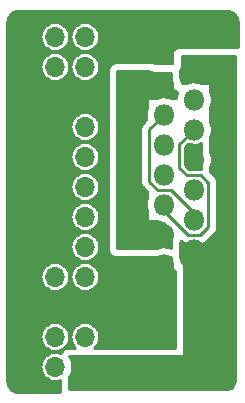
<source format=gbr>
G04 #@! TF.GenerationSoftware,KiCad,Pcbnew,5.99.0-unknown-ad88874~101~ubuntu20.04.1*
G04 #@! TF.CreationDate,2020-05-19T21:28:09-04:00*
G04 #@! TF.ProjectId,L298,4c323938-2e6b-4696-9361-645f70636258,rev?*
G04 #@! TF.SameCoordinates,Original*
G04 #@! TF.FileFunction,Copper,L2,Bot*
G04 #@! TF.FilePolarity,Positive*
%FSLAX46Y46*%
G04 Gerber Fmt 4.6, Leading zero omitted, Abs format (unit mm)*
G04 Created by KiCad (PCBNEW 5.99.0-unknown-ad88874~101~ubuntu20.04.1) date 2020-05-19 21:28:09*
%MOMM*%
%LPD*%
G01*
G04 APERTURE LIST*
G04 #@! TA.AperFunction,ComponentPad*
%ADD10O,1.800000X1.800000*%
G04 #@! TD*
G04 #@! TA.AperFunction,ComponentPad*
%ADD11R,1.800000X1.800000*%
G04 #@! TD*
G04 #@! TA.AperFunction,ComponentPad*
%ADD12R,1.700000X1.700000*%
G04 #@! TD*
G04 #@! TA.AperFunction,ComponentPad*
%ADD13O,1.700000X1.700000*%
G04 #@! TD*
G04 #@! TA.AperFunction,ViaPad*
%ADD14C,0.800000*%
G04 #@! TD*
G04 #@! TA.AperFunction,Conductor*
%ADD15C,0.250000*%
G04 #@! TD*
G04 #@! TA.AperFunction,Conductor*
%ADD16C,0.254000*%
G04 #@! TD*
G04 APERTURE END LIST*
D10*
X113378938Y-121844000D03*
X115918938Y-120574000D03*
X113378938Y-119304000D03*
X115918938Y-118034000D03*
X113378938Y-116764000D03*
X115918938Y-115494000D03*
X113378938Y-114224000D03*
X115918938Y-112954000D03*
X113378938Y-111684000D03*
X115918938Y-110414000D03*
X113378938Y-109144000D03*
X115918938Y-107874000D03*
X113378938Y-106604000D03*
X115918938Y-105334000D03*
D11*
X113378938Y-104064000D03*
D12*
X106695000Y-130480000D03*
D13*
X104155000Y-130480000D03*
X106695000Y-127940000D03*
X104155000Y-127940000D03*
X106695000Y-125400000D03*
X104155000Y-125400000D03*
X106695000Y-122860000D03*
X104155000Y-122860000D03*
X106695000Y-120320000D03*
X104155000Y-120320000D03*
X106695000Y-117780000D03*
X104155000Y-117780000D03*
X106695000Y-115240000D03*
X104155000Y-115240000D03*
X106695000Y-112700000D03*
X104155000Y-112700000D03*
X106695000Y-110160000D03*
X104155000Y-110160000D03*
X106695000Y-107620000D03*
X104155000Y-107620000D03*
X106695000Y-105080000D03*
X104155000Y-105080000D03*
X106695000Y-102540000D03*
X104155000Y-102540000D03*
D14*
X110886000Y-120066000D03*
X111394000Y-119050000D03*
X115712000Y-127686000D03*
X118252000Y-127686000D03*
D15*
X115420935Y-119348999D02*
X113378938Y-117307002D01*
X116416941Y-119348999D02*
X115420935Y-119348999D01*
X117143939Y-118622001D02*
X116416941Y-119348999D01*
X113378938Y-117307002D02*
X113378938Y-116764000D01*
X117143939Y-117872061D02*
X117143939Y-118622001D01*
X113966939Y-115538999D02*
X115918938Y-117490998D01*
X115918938Y-117490998D02*
X115918938Y-118034000D01*
X112880935Y-115538999D02*
X113966939Y-115538999D01*
X112153937Y-114812001D02*
X112880935Y-115538999D01*
X112153937Y-110369001D02*
X112153937Y-114812001D01*
X113378938Y-109144000D02*
X112153937Y-110369001D01*
X117143939Y-117110061D02*
X117143939Y-117364061D01*
X115918938Y-110414000D02*
X114693937Y-111639001D01*
X117143939Y-117872061D02*
X117143939Y-117364061D01*
X114693937Y-111639001D02*
X114693937Y-113631999D01*
X115330937Y-114268999D02*
X116506939Y-114268999D01*
X114693937Y-113631999D02*
X115330937Y-114268999D01*
X117143939Y-114905999D02*
X117143939Y-117110061D01*
X116506939Y-114268999D02*
X117143939Y-114905999D01*
G36*
X118697813Y-100376536D02*
G01*
X118709976Y-100378840D01*
X118903637Y-100396123D01*
X119052414Y-100436825D01*
X119191643Y-100503232D01*
X119316896Y-100593236D01*
X119424243Y-100704010D01*
X119510277Y-100832043D01*
X119572273Y-100973273D01*
X119608983Y-101126188D01*
X119620579Y-101284071D01*
X119622691Y-101296269D01*
X119624000Y-101301005D01*
X119624000Y-103430000D01*
X114642184Y-103430000D01*
X114628754Y-103431444D01*
X114400106Y-103481183D01*
X114379272Y-103489813D01*
X114240567Y-103578953D01*
X114226946Y-103590756D01*
X114120455Y-103713652D01*
X114110711Y-103728815D01*
X114043159Y-103876735D01*
X114038081Y-103894028D01*
X114015580Y-104050522D01*
X114014938Y-104059500D01*
X114014938Y-104700000D01*
X109308184Y-104700000D01*
X109294754Y-104701444D01*
X109066106Y-104751183D01*
X109045272Y-104759813D01*
X108906567Y-104848953D01*
X108892946Y-104860756D01*
X108786455Y-104983652D01*
X108776711Y-104998815D01*
X108709159Y-105146735D01*
X108704081Y-105164028D01*
X108681580Y-105320522D01*
X108680938Y-105329500D01*
X108680938Y-120580754D01*
X108682382Y-120594184D01*
X108732121Y-120822832D01*
X108740751Y-120843666D01*
X108829891Y-120982371D01*
X108841694Y-120995992D01*
X108964590Y-121102483D01*
X108979753Y-121112227D01*
X109127673Y-121179779D01*
X109144966Y-121184857D01*
X109301460Y-121207358D01*
X109310438Y-121208000D01*
X114014938Y-121208000D01*
X114014938Y-121850754D01*
X114016382Y-121864184D01*
X114066121Y-122092832D01*
X114074751Y-122113666D01*
X114163891Y-122252371D01*
X114175694Y-122265992D01*
X114298590Y-122372483D01*
X114313752Y-122382227D01*
X114316000Y-122383254D01*
X114316000Y-128866000D01*
X107505376Y-128866000D01*
X107655332Y-128710174D01*
X107662790Y-128700780D01*
X107783643Y-128514684D01*
X107789190Y-128504050D01*
X107872672Y-128298458D01*
X107876108Y-128286966D01*
X107919224Y-128069218D01*
X107920427Y-128057118D01*
X107921023Y-127829300D01*
X107919884Y-127817194D01*
X107877910Y-127599222D01*
X107874533Y-127587713D01*
X107792129Y-127381687D01*
X107786637Y-127371024D01*
X107666760Y-127184298D01*
X107659351Y-127174866D01*
X107506329Y-127014176D01*
X107497270Y-127006315D01*
X107316622Y-126877461D01*
X107306240Y-126871455D01*
X107104487Y-126779085D01*
X107093156Y-126775150D01*
X106877575Y-126722596D01*
X106865705Y-126720875D01*
X106644075Y-126710036D01*
X106632094Y-126710591D01*
X106412414Y-126741856D01*
X106400754Y-126744666D01*
X106190948Y-126816908D01*
X106180029Y-126821872D01*
X105987671Y-126932483D01*
X105977888Y-126939423D01*
X105809915Y-127084413D01*
X105801621Y-127093077D01*
X105664095Y-127267214D01*
X105657589Y-127277290D01*
X105555473Y-127474292D01*
X105550990Y-127485417D01*
X105487968Y-127698173D01*
X105485670Y-127709945D01*
X105464017Y-127930780D01*
X105463986Y-127942774D01*
X105484482Y-128163720D01*
X105486719Y-128175504D01*
X105548626Y-128388587D01*
X105553051Y-128399735D01*
X105654133Y-128597268D01*
X105660587Y-128607379D01*
X105797199Y-128782233D01*
X105805448Y-128790941D01*
X105891490Y-128866000D01*
X105243246Y-128866000D01*
X105229816Y-128867444D01*
X105001168Y-128917183D01*
X104980334Y-128925813D01*
X104841629Y-129014953D01*
X104828008Y-129026756D01*
X104721517Y-129149652D01*
X104711773Y-129164815D01*
X104644221Y-129312735D01*
X104639143Y-129330028D01*
X104636008Y-129351830D01*
X104564487Y-129319085D01*
X104553156Y-129315150D01*
X104337575Y-129262596D01*
X104325705Y-129260875D01*
X104104075Y-129250036D01*
X104092094Y-129250591D01*
X103872414Y-129281856D01*
X103860754Y-129284666D01*
X103650948Y-129356908D01*
X103640029Y-129361872D01*
X103447671Y-129472483D01*
X103437888Y-129479423D01*
X103269915Y-129624413D01*
X103261621Y-129633077D01*
X103124095Y-129807214D01*
X103117589Y-129817290D01*
X103015473Y-130014292D01*
X103010990Y-130025417D01*
X102947968Y-130238173D01*
X102945670Y-130249945D01*
X102924017Y-130470780D01*
X102923986Y-130482774D01*
X102944482Y-130703720D01*
X102946719Y-130715504D01*
X103008626Y-130928587D01*
X103013051Y-130939735D01*
X103114133Y-131137268D01*
X103120587Y-131147379D01*
X103257199Y-131322233D01*
X103265448Y-131330941D01*
X103432659Y-131476808D01*
X103442405Y-131483799D01*
X103634183Y-131595416D01*
X103645075Y-131600438D01*
X103854498Y-131673777D01*
X103866144Y-131676648D01*
X104085658Y-131709063D01*
X104097637Y-131709681D01*
X104319320Y-131700001D01*
X104331199Y-131698343D01*
X104547051Y-131646919D01*
X104558402Y-131643044D01*
X104616000Y-131617038D01*
X104616000Y-132624000D01*
X101054015Y-132624000D01*
X101052188Y-132623464D01*
X101040025Y-132621160D01*
X100846361Y-132603877D01*
X100697585Y-132563176D01*
X100558357Y-132496768D01*
X100433104Y-132406764D01*
X100325756Y-132295988D01*
X100239727Y-132167965D01*
X100177727Y-132026727D01*
X100141017Y-131873812D01*
X100129421Y-131715929D01*
X100127309Y-131703731D01*
X100126000Y-131698995D01*
X100126000Y-127942774D01*
X102923986Y-127942774D01*
X102944482Y-128163720D01*
X102946719Y-128175504D01*
X103008626Y-128388587D01*
X103013051Y-128399735D01*
X103114133Y-128597268D01*
X103120587Y-128607379D01*
X103257199Y-128782233D01*
X103265448Y-128790941D01*
X103432659Y-128936808D01*
X103442405Y-128943799D01*
X103634183Y-129055416D01*
X103645075Y-129060438D01*
X103854498Y-129133777D01*
X103866144Y-129136648D01*
X104085658Y-129169063D01*
X104097637Y-129169681D01*
X104319320Y-129160001D01*
X104331199Y-129158343D01*
X104547051Y-129106919D01*
X104558402Y-129103044D01*
X104760638Y-129011731D01*
X104771051Y-129005779D01*
X104952370Y-128877872D01*
X104961470Y-128870059D01*
X105115332Y-128710174D01*
X105122790Y-128700780D01*
X105243643Y-128514684D01*
X105249190Y-128504050D01*
X105332672Y-128298458D01*
X105336108Y-128286966D01*
X105379224Y-128069218D01*
X105380427Y-128057118D01*
X105381023Y-127829300D01*
X105379884Y-127817194D01*
X105337910Y-127599222D01*
X105334533Y-127587713D01*
X105252129Y-127381687D01*
X105246637Y-127371024D01*
X105126760Y-127184298D01*
X105119351Y-127174866D01*
X104966329Y-127014176D01*
X104957270Y-127006315D01*
X104776622Y-126877461D01*
X104766240Y-126871455D01*
X104564487Y-126779085D01*
X104553156Y-126775150D01*
X104337575Y-126722596D01*
X104325705Y-126720875D01*
X104104075Y-126710036D01*
X104092094Y-126710591D01*
X103872414Y-126741856D01*
X103860754Y-126744666D01*
X103650948Y-126816908D01*
X103640029Y-126821872D01*
X103447671Y-126932483D01*
X103437888Y-126939423D01*
X103269915Y-127084413D01*
X103261621Y-127093077D01*
X103124095Y-127267214D01*
X103117589Y-127277290D01*
X103015473Y-127474292D01*
X103010990Y-127485417D01*
X102947968Y-127698173D01*
X102945670Y-127709945D01*
X102924017Y-127930780D01*
X102923986Y-127942774D01*
X100126000Y-127942774D01*
X100126000Y-122862774D01*
X102923986Y-122862774D01*
X102944482Y-123083720D01*
X102946719Y-123095504D01*
X103008626Y-123308587D01*
X103013051Y-123319735D01*
X103114133Y-123517268D01*
X103120587Y-123527379D01*
X103257199Y-123702233D01*
X103265448Y-123710941D01*
X103432659Y-123856808D01*
X103442405Y-123863799D01*
X103634183Y-123975416D01*
X103645075Y-123980438D01*
X103854498Y-124053777D01*
X103866144Y-124056648D01*
X104085658Y-124089063D01*
X104097637Y-124089681D01*
X104319320Y-124080001D01*
X104331199Y-124078343D01*
X104547051Y-124026919D01*
X104558402Y-124023044D01*
X104760638Y-123931731D01*
X104771051Y-123925779D01*
X104952370Y-123797872D01*
X104961470Y-123790059D01*
X105115332Y-123630174D01*
X105122790Y-123620780D01*
X105243643Y-123434684D01*
X105249190Y-123424050D01*
X105332672Y-123218458D01*
X105336108Y-123206966D01*
X105379224Y-122989218D01*
X105380427Y-122977118D01*
X105380726Y-122862774D01*
X105463986Y-122862774D01*
X105484482Y-123083720D01*
X105486719Y-123095504D01*
X105548626Y-123308587D01*
X105553051Y-123319735D01*
X105654133Y-123517268D01*
X105660587Y-123527379D01*
X105797199Y-123702233D01*
X105805448Y-123710941D01*
X105972659Y-123856808D01*
X105982405Y-123863799D01*
X106174183Y-123975416D01*
X106185075Y-123980438D01*
X106394498Y-124053777D01*
X106406144Y-124056648D01*
X106625658Y-124089063D01*
X106637637Y-124089681D01*
X106859320Y-124080001D01*
X106871199Y-124078343D01*
X107087051Y-124026919D01*
X107098402Y-124023044D01*
X107300638Y-123931731D01*
X107311051Y-123925779D01*
X107492370Y-123797872D01*
X107501470Y-123790059D01*
X107655332Y-123630174D01*
X107662790Y-123620780D01*
X107783643Y-123434684D01*
X107789190Y-123424050D01*
X107872672Y-123218458D01*
X107876108Y-123206966D01*
X107919224Y-122989218D01*
X107920427Y-122977118D01*
X107921023Y-122749300D01*
X107919884Y-122737194D01*
X107877910Y-122519222D01*
X107874533Y-122507713D01*
X107792129Y-122301687D01*
X107786637Y-122291024D01*
X107666760Y-122104298D01*
X107659351Y-122094866D01*
X107506329Y-121934176D01*
X107497270Y-121926315D01*
X107316622Y-121797461D01*
X107306240Y-121791455D01*
X107104487Y-121699085D01*
X107093156Y-121695150D01*
X106877575Y-121642596D01*
X106865705Y-121640875D01*
X106644075Y-121630036D01*
X106632094Y-121630591D01*
X106412414Y-121661856D01*
X106400754Y-121664666D01*
X106190948Y-121736908D01*
X106180029Y-121741872D01*
X105987671Y-121852483D01*
X105977888Y-121859423D01*
X105809915Y-122004413D01*
X105801621Y-122013077D01*
X105664095Y-122187214D01*
X105657589Y-122197290D01*
X105555473Y-122394292D01*
X105550990Y-122405417D01*
X105487968Y-122618173D01*
X105485670Y-122629945D01*
X105464017Y-122850780D01*
X105463986Y-122862774D01*
X105380726Y-122862774D01*
X105381023Y-122749300D01*
X105379884Y-122737194D01*
X105337910Y-122519222D01*
X105334533Y-122507713D01*
X105252129Y-122301687D01*
X105246637Y-122291024D01*
X105126760Y-122104298D01*
X105119351Y-122094866D01*
X104966329Y-121934176D01*
X104957270Y-121926315D01*
X104776622Y-121797461D01*
X104766240Y-121791455D01*
X104564487Y-121699085D01*
X104553156Y-121695150D01*
X104337575Y-121642596D01*
X104325705Y-121640875D01*
X104104075Y-121630036D01*
X104092094Y-121630591D01*
X103872414Y-121661856D01*
X103860754Y-121664666D01*
X103650948Y-121736908D01*
X103640029Y-121741872D01*
X103447671Y-121852483D01*
X103437888Y-121859423D01*
X103269915Y-122004413D01*
X103261621Y-122013077D01*
X103124095Y-122187214D01*
X103117589Y-122197290D01*
X103015473Y-122394292D01*
X103010990Y-122405417D01*
X102947968Y-122618173D01*
X102945670Y-122629945D01*
X102924017Y-122850780D01*
X102923986Y-122862774D01*
X100126000Y-122862774D01*
X100126000Y-120322774D01*
X105463986Y-120322774D01*
X105484482Y-120543720D01*
X105486719Y-120555504D01*
X105548626Y-120768587D01*
X105553051Y-120779735D01*
X105654133Y-120977268D01*
X105660587Y-120987379D01*
X105797199Y-121162233D01*
X105805448Y-121170941D01*
X105972659Y-121316808D01*
X105982405Y-121323799D01*
X106174183Y-121435416D01*
X106185075Y-121440438D01*
X106394498Y-121513777D01*
X106406144Y-121516648D01*
X106625658Y-121549063D01*
X106637637Y-121549681D01*
X106859320Y-121540001D01*
X106871199Y-121538343D01*
X107087051Y-121486919D01*
X107098402Y-121483044D01*
X107300638Y-121391731D01*
X107311051Y-121385779D01*
X107492370Y-121257872D01*
X107501470Y-121250059D01*
X107655332Y-121090174D01*
X107662790Y-121080780D01*
X107783643Y-120894684D01*
X107789190Y-120884050D01*
X107872672Y-120678458D01*
X107876108Y-120666966D01*
X107919224Y-120449218D01*
X107920427Y-120437118D01*
X107921023Y-120209300D01*
X107919884Y-120197194D01*
X107877910Y-119979222D01*
X107874533Y-119967713D01*
X107792129Y-119761687D01*
X107786637Y-119751024D01*
X107666760Y-119564298D01*
X107659351Y-119554866D01*
X107506329Y-119394176D01*
X107497270Y-119386315D01*
X107316622Y-119257461D01*
X107306240Y-119251455D01*
X107104487Y-119159085D01*
X107093156Y-119155150D01*
X106877575Y-119102596D01*
X106865705Y-119100875D01*
X106644075Y-119090036D01*
X106632094Y-119090591D01*
X106412414Y-119121856D01*
X106400754Y-119124666D01*
X106190948Y-119196908D01*
X106180029Y-119201872D01*
X105987671Y-119312483D01*
X105977888Y-119319423D01*
X105809915Y-119464413D01*
X105801621Y-119473077D01*
X105664095Y-119647214D01*
X105657589Y-119657290D01*
X105555473Y-119854292D01*
X105550990Y-119865417D01*
X105487968Y-120078173D01*
X105485670Y-120089945D01*
X105464017Y-120310780D01*
X105463986Y-120322774D01*
X100126000Y-120322774D01*
X100126000Y-117782774D01*
X105463986Y-117782774D01*
X105484482Y-118003720D01*
X105486719Y-118015504D01*
X105548626Y-118228587D01*
X105553051Y-118239735D01*
X105654133Y-118437268D01*
X105660587Y-118447379D01*
X105797199Y-118622233D01*
X105805448Y-118630941D01*
X105972659Y-118776808D01*
X105982405Y-118783799D01*
X106174183Y-118895416D01*
X106185075Y-118900438D01*
X106394498Y-118973777D01*
X106406144Y-118976648D01*
X106625658Y-119009063D01*
X106637637Y-119009681D01*
X106859320Y-119000001D01*
X106871199Y-118998343D01*
X107087051Y-118946919D01*
X107098402Y-118943044D01*
X107300638Y-118851731D01*
X107311051Y-118845779D01*
X107492370Y-118717872D01*
X107501470Y-118710059D01*
X107655332Y-118550174D01*
X107662790Y-118540780D01*
X107783643Y-118354684D01*
X107789190Y-118344050D01*
X107872672Y-118138458D01*
X107876108Y-118126966D01*
X107919224Y-117909218D01*
X107920427Y-117897118D01*
X107921023Y-117669300D01*
X107919884Y-117657194D01*
X107877910Y-117439222D01*
X107874533Y-117427713D01*
X107792129Y-117221687D01*
X107786637Y-117211024D01*
X107666760Y-117024298D01*
X107659351Y-117014866D01*
X107506329Y-116854176D01*
X107497270Y-116846315D01*
X107316622Y-116717461D01*
X107306240Y-116711455D01*
X107104487Y-116619085D01*
X107093156Y-116615150D01*
X106877575Y-116562596D01*
X106865705Y-116560875D01*
X106644075Y-116550036D01*
X106632094Y-116550591D01*
X106412414Y-116581856D01*
X106400754Y-116584666D01*
X106190948Y-116656908D01*
X106180029Y-116661872D01*
X105987671Y-116772483D01*
X105977888Y-116779423D01*
X105809915Y-116924413D01*
X105801621Y-116933077D01*
X105664095Y-117107214D01*
X105657589Y-117117290D01*
X105555473Y-117314292D01*
X105550990Y-117325417D01*
X105487968Y-117538173D01*
X105485670Y-117549945D01*
X105464017Y-117770780D01*
X105463986Y-117782774D01*
X100126000Y-117782774D01*
X100126000Y-115242774D01*
X105463986Y-115242774D01*
X105484482Y-115463720D01*
X105486719Y-115475504D01*
X105548626Y-115688587D01*
X105553051Y-115699735D01*
X105654133Y-115897268D01*
X105660587Y-115907379D01*
X105797199Y-116082233D01*
X105805448Y-116090941D01*
X105972659Y-116236808D01*
X105982405Y-116243799D01*
X106174183Y-116355416D01*
X106185075Y-116360438D01*
X106394498Y-116433777D01*
X106406144Y-116436648D01*
X106625658Y-116469063D01*
X106637637Y-116469681D01*
X106859320Y-116460001D01*
X106871199Y-116458343D01*
X107087051Y-116406919D01*
X107098402Y-116403044D01*
X107300638Y-116311731D01*
X107311051Y-116305779D01*
X107492370Y-116177872D01*
X107501470Y-116170059D01*
X107655332Y-116010174D01*
X107662790Y-116000780D01*
X107783643Y-115814684D01*
X107789190Y-115804050D01*
X107872672Y-115598458D01*
X107876108Y-115586966D01*
X107919224Y-115369218D01*
X107920427Y-115357118D01*
X107921023Y-115129300D01*
X107919884Y-115117194D01*
X107877910Y-114899222D01*
X107874533Y-114887713D01*
X107792129Y-114681687D01*
X107786637Y-114671024D01*
X107666760Y-114484298D01*
X107659351Y-114474866D01*
X107506329Y-114314176D01*
X107497270Y-114306315D01*
X107316622Y-114177461D01*
X107306240Y-114171455D01*
X107104487Y-114079085D01*
X107093156Y-114075150D01*
X106877575Y-114022596D01*
X106865705Y-114020875D01*
X106644075Y-114010036D01*
X106632094Y-114010591D01*
X106412414Y-114041856D01*
X106400754Y-114044666D01*
X106190948Y-114116908D01*
X106180029Y-114121872D01*
X105987671Y-114232483D01*
X105977888Y-114239423D01*
X105809915Y-114384413D01*
X105801621Y-114393077D01*
X105664095Y-114567214D01*
X105657589Y-114577290D01*
X105555473Y-114774292D01*
X105550990Y-114785417D01*
X105487968Y-114998173D01*
X105485670Y-115009945D01*
X105464017Y-115230780D01*
X105463986Y-115242774D01*
X100126000Y-115242774D01*
X100126000Y-112702774D01*
X105463986Y-112702774D01*
X105484482Y-112923720D01*
X105486719Y-112935504D01*
X105548626Y-113148587D01*
X105553051Y-113159735D01*
X105654133Y-113357268D01*
X105660587Y-113367379D01*
X105797199Y-113542233D01*
X105805448Y-113550941D01*
X105972659Y-113696808D01*
X105982405Y-113703799D01*
X106174183Y-113815416D01*
X106185075Y-113820438D01*
X106394498Y-113893777D01*
X106406144Y-113896648D01*
X106625658Y-113929063D01*
X106637637Y-113929681D01*
X106859320Y-113920001D01*
X106871199Y-113918343D01*
X107087051Y-113866919D01*
X107098402Y-113863044D01*
X107300638Y-113771731D01*
X107311051Y-113765779D01*
X107492370Y-113637872D01*
X107501470Y-113630059D01*
X107655332Y-113470174D01*
X107662790Y-113460780D01*
X107783643Y-113274684D01*
X107789190Y-113264050D01*
X107872672Y-113058458D01*
X107876108Y-113046966D01*
X107919224Y-112829218D01*
X107920427Y-112817118D01*
X107921023Y-112589300D01*
X107919884Y-112577194D01*
X107877910Y-112359222D01*
X107874533Y-112347713D01*
X107792129Y-112141687D01*
X107786637Y-112131024D01*
X107666760Y-111944298D01*
X107659351Y-111934866D01*
X107506329Y-111774176D01*
X107497270Y-111766315D01*
X107316622Y-111637461D01*
X107306240Y-111631455D01*
X107104487Y-111539085D01*
X107093156Y-111535150D01*
X106877575Y-111482596D01*
X106865705Y-111480875D01*
X106644075Y-111470036D01*
X106632094Y-111470591D01*
X106412414Y-111501856D01*
X106400754Y-111504666D01*
X106190948Y-111576908D01*
X106180029Y-111581872D01*
X105987671Y-111692483D01*
X105977888Y-111699423D01*
X105809915Y-111844413D01*
X105801621Y-111853077D01*
X105664095Y-112027214D01*
X105657589Y-112037290D01*
X105555473Y-112234292D01*
X105550990Y-112245417D01*
X105487968Y-112458173D01*
X105485670Y-112469945D01*
X105464017Y-112690780D01*
X105463986Y-112702774D01*
X100126000Y-112702774D01*
X100126000Y-110162774D01*
X105463986Y-110162774D01*
X105484482Y-110383720D01*
X105486719Y-110395504D01*
X105548626Y-110608587D01*
X105553051Y-110619735D01*
X105654133Y-110817268D01*
X105660587Y-110827379D01*
X105797199Y-111002233D01*
X105805448Y-111010941D01*
X105972659Y-111156808D01*
X105982405Y-111163799D01*
X106174183Y-111275416D01*
X106185075Y-111280438D01*
X106394498Y-111353777D01*
X106406144Y-111356648D01*
X106625658Y-111389063D01*
X106637637Y-111389681D01*
X106859320Y-111380001D01*
X106871199Y-111378343D01*
X107087051Y-111326919D01*
X107098402Y-111323044D01*
X107300638Y-111231731D01*
X107311051Y-111225779D01*
X107492370Y-111097872D01*
X107501470Y-111090059D01*
X107655332Y-110930174D01*
X107662790Y-110920780D01*
X107783643Y-110734684D01*
X107789190Y-110724050D01*
X107872672Y-110518458D01*
X107876108Y-110506966D01*
X107919224Y-110289218D01*
X107920427Y-110277118D01*
X107921023Y-110049300D01*
X107919884Y-110037194D01*
X107877910Y-109819222D01*
X107874533Y-109807713D01*
X107792129Y-109601687D01*
X107786637Y-109591024D01*
X107666760Y-109404298D01*
X107659351Y-109394866D01*
X107506329Y-109234176D01*
X107497270Y-109226315D01*
X107316622Y-109097461D01*
X107306240Y-109091455D01*
X107104487Y-108999085D01*
X107093156Y-108995150D01*
X106877575Y-108942596D01*
X106865705Y-108940875D01*
X106644075Y-108930036D01*
X106632094Y-108930591D01*
X106412414Y-108961856D01*
X106400754Y-108964666D01*
X106190948Y-109036908D01*
X106180029Y-109041872D01*
X105987671Y-109152483D01*
X105977888Y-109159423D01*
X105809915Y-109304413D01*
X105801621Y-109313077D01*
X105664095Y-109487214D01*
X105657589Y-109497290D01*
X105555473Y-109694292D01*
X105550990Y-109705417D01*
X105487968Y-109918173D01*
X105485670Y-109929945D01*
X105464017Y-110150780D01*
X105463986Y-110162774D01*
X100126000Y-110162774D01*
X100126000Y-105082774D01*
X102923986Y-105082774D01*
X102944482Y-105303720D01*
X102946719Y-105315504D01*
X103008626Y-105528587D01*
X103013051Y-105539735D01*
X103114133Y-105737268D01*
X103120587Y-105747379D01*
X103257199Y-105922233D01*
X103265448Y-105930941D01*
X103432659Y-106076808D01*
X103442405Y-106083799D01*
X103634183Y-106195416D01*
X103645075Y-106200438D01*
X103854498Y-106273777D01*
X103866144Y-106276648D01*
X104085658Y-106309063D01*
X104097637Y-106309681D01*
X104319320Y-106300001D01*
X104331199Y-106298343D01*
X104547051Y-106246919D01*
X104558402Y-106243044D01*
X104760638Y-106151731D01*
X104771051Y-106145779D01*
X104952370Y-106017872D01*
X104961470Y-106010059D01*
X105115332Y-105850174D01*
X105122790Y-105840780D01*
X105243643Y-105654684D01*
X105249190Y-105644050D01*
X105332672Y-105438458D01*
X105336108Y-105426966D01*
X105379224Y-105209218D01*
X105380427Y-105197118D01*
X105380726Y-105082774D01*
X105463986Y-105082774D01*
X105484482Y-105303720D01*
X105486719Y-105315504D01*
X105548626Y-105528587D01*
X105553051Y-105539735D01*
X105654133Y-105737268D01*
X105660587Y-105747379D01*
X105797199Y-105922233D01*
X105805448Y-105930941D01*
X105972659Y-106076808D01*
X105982405Y-106083799D01*
X106174183Y-106195416D01*
X106185075Y-106200438D01*
X106394498Y-106273777D01*
X106406144Y-106276648D01*
X106625658Y-106309063D01*
X106637637Y-106309681D01*
X106859320Y-106300001D01*
X106871199Y-106298343D01*
X107087051Y-106246919D01*
X107098402Y-106243044D01*
X107300638Y-106151731D01*
X107311051Y-106145779D01*
X107492370Y-106017872D01*
X107501470Y-106010059D01*
X107655332Y-105850174D01*
X107662790Y-105840780D01*
X107783643Y-105654684D01*
X107789190Y-105644050D01*
X107872672Y-105438458D01*
X107876108Y-105426966D01*
X107919224Y-105209218D01*
X107920427Y-105197118D01*
X107921023Y-104969300D01*
X107919884Y-104957194D01*
X107877910Y-104739222D01*
X107874533Y-104727713D01*
X107792129Y-104521687D01*
X107786637Y-104511024D01*
X107666760Y-104324298D01*
X107659351Y-104314866D01*
X107506329Y-104154176D01*
X107497270Y-104146315D01*
X107316622Y-104017461D01*
X107306240Y-104011455D01*
X107104487Y-103919085D01*
X107093156Y-103915150D01*
X106877575Y-103862596D01*
X106865705Y-103860875D01*
X106644075Y-103850036D01*
X106632094Y-103850591D01*
X106412414Y-103881856D01*
X106400754Y-103884666D01*
X106190948Y-103956908D01*
X106180029Y-103961872D01*
X105987671Y-104072483D01*
X105977888Y-104079423D01*
X105809915Y-104224413D01*
X105801621Y-104233077D01*
X105664095Y-104407214D01*
X105657589Y-104417290D01*
X105555473Y-104614292D01*
X105550990Y-104625417D01*
X105487968Y-104838173D01*
X105485670Y-104849945D01*
X105464017Y-105070780D01*
X105463986Y-105082774D01*
X105380726Y-105082774D01*
X105381023Y-104969300D01*
X105379884Y-104957194D01*
X105337910Y-104739222D01*
X105334533Y-104727713D01*
X105252129Y-104521687D01*
X105246637Y-104511024D01*
X105126760Y-104324298D01*
X105119351Y-104314866D01*
X104966329Y-104154176D01*
X104957270Y-104146315D01*
X104776622Y-104017461D01*
X104766240Y-104011455D01*
X104564487Y-103919085D01*
X104553156Y-103915150D01*
X104337575Y-103862596D01*
X104325705Y-103860875D01*
X104104075Y-103850036D01*
X104092094Y-103850591D01*
X103872414Y-103881856D01*
X103860754Y-103884666D01*
X103650948Y-103956908D01*
X103640029Y-103961872D01*
X103447671Y-104072483D01*
X103437888Y-104079423D01*
X103269915Y-104224413D01*
X103261621Y-104233077D01*
X103124095Y-104407214D01*
X103117589Y-104417290D01*
X103015473Y-104614292D01*
X103010990Y-104625417D01*
X102947968Y-104838173D01*
X102945670Y-104849945D01*
X102924017Y-105070780D01*
X102923986Y-105082774D01*
X100126000Y-105082774D01*
X100126000Y-102542774D01*
X102923986Y-102542774D01*
X102944482Y-102763720D01*
X102946719Y-102775504D01*
X103008626Y-102988587D01*
X103013051Y-102999735D01*
X103114133Y-103197268D01*
X103120587Y-103207379D01*
X103257199Y-103382233D01*
X103265448Y-103390941D01*
X103432659Y-103536808D01*
X103442405Y-103543799D01*
X103634183Y-103655416D01*
X103645075Y-103660438D01*
X103854498Y-103733777D01*
X103866144Y-103736648D01*
X104085658Y-103769063D01*
X104097637Y-103769681D01*
X104319320Y-103760001D01*
X104331199Y-103758343D01*
X104547051Y-103706919D01*
X104558402Y-103703044D01*
X104760638Y-103611731D01*
X104771051Y-103605779D01*
X104952370Y-103477872D01*
X104961470Y-103470059D01*
X105115332Y-103310174D01*
X105122790Y-103300780D01*
X105243643Y-103114684D01*
X105249190Y-103104050D01*
X105332672Y-102898458D01*
X105336108Y-102886966D01*
X105379224Y-102669218D01*
X105380427Y-102657118D01*
X105380726Y-102542774D01*
X105463986Y-102542774D01*
X105484482Y-102763720D01*
X105486719Y-102775504D01*
X105548626Y-102988587D01*
X105553051Y-102999735D01*
X105654133Y-103197268D01*
X105660587Y-103207379D01*
X105797199Y-103382233D01*
X105805448Y-103390941D01*
X105972659Y-103536808D01*
X105982405Y-103543799D01*
X106174183Y-103655416D01*
X106185075Y-103660438D01*
X106394498Y-103733777D01*
X106406144Y-103736648D01*
X106625658Y-103769063D01*
X106637637Y-103769681D01*
X106859320Y-103760001D01*
X106871199Y-103758343D01*
X107087051Y-103706919D01*
X107098402Y-103703044D01*
X107300638Y-103611731D01*
X107311051Y-103605779D01*
X107492370Y-103477872D01*
X107501470Y-103470059D01*
X107655332Y-103310174D01*
X107662790Y-103300780D01*
X107783643Y-103114684D01*
X107789190Y-103104050D01*
X107872672Y-102898458D01*
X107876108Y-102886966D01*
X107919224Y-102669218D01*
X107920427Y-102657118D01*
X107921023Y-102429300D01*
X107919884Y-102417194D01*
X107877910Y-102199222D01*
X107874533Y-102187713D01*
X107792129Y-101981687D01*
X107786637Y-101971024D01*
X107666760Y-101784298D01*
X107659351Y-101774866D01*
X107506329Y-101614176D01*
X107497270Y-101606315D01*
X107316622Y-101477461D01*
X107306240Y-101471455D01*
X107104487Y-101379085D01*
X107093156Y-101375150D01*
X106877575Y-101322596D01*
X106865705Y-101320875D01*
X106644075Y-101310036D01*
X106632094Y-101310591D01*
X106412414Y-101341856D01*
X106400754Y-101344666D01*
X106190948Y-101416908D01*
X106180029Y-101421872D01*
X105987671Y-101532483D01*
X105977888Y-101539423D01*
X105809915Y-101684413D01*
X105801621Y-101693077D01*
X105664095Y-101867214D01*
X105657589Y-101877290D01*
X105555473Y-102074292D01*
X105550990Y-102085417D01*
X105487968Y-102298173D01*
X105485670Y-102309945D01*
X105464017Y-102530780D01*
X105463986Y-102542774D01*
X105380726Y-102542774D01*
X105381023Y-102429300D01*
X105379884Y-102417194D01*
X105337910Y-102199222D01*
X105334533Y-102187713D01*
X105252129Y-101981687D01*
X105246637Y-101971024D01*
X105126760Y-101784298D01*
X105119351Y-101774866D01*
X104966329Y-101614176D01*
X104957270Y-101606315D01*
X104776622Y-101477461D01*
X104766240Y-101471455D01*
X104564487Y-101379085D01*
X104553156Y-101375150D01*
X104337575Y-101322596D01*
X104325705Y-101320875D01*
X104104075Y-101310036D01*
X104092094Y-101310591D01*
X103872414Y-101341856D01*
X103860754Y-101344666D01*
X103650948Y-101416908D01*
X103640029Y-101421872D01*
X103447671Y-101532483D01*
X103437888Y-101539423D01*
X103269915Y-101684413D01*
X103261621Y-101693077D01*
X103124095Y-101867214D01*
X103117589Y-101877290D01*
X103015473Y-102074292D01*
X103010990Y-102085417D01*
X102947968Y-102298173D01*
X102945670Y-102309945D01*
X102924017Y-102530780D01*
X102923986Y-102542774D01*
X100126000Y-102542774D01*
X100126000Y-101304014D01*
X100126536Y-101302187D01*
X100128840Y-101290024D01*
X100146123Y-101096363D01*
X100186825Y-100947586D01*
X100253232Y-100808357D01*
X100343236Y-100683104D01*
X100454010Y-100575757D01*
X100582043Y-100489723D01*
X100723273Y-100427727D01*
X100876188Y-100391017D01*
X101034071Y-100379421D01*
X101046269Y-100377309D01*
X101051005Y-100376000D01*
X118695986Y-100376000D01*
X118697813Y-100376536D01*
G37*
D16*
X118697813Y-100376536D02*
X118709976Y-100378840D01*
X118903637Y-100396123D01*
X119052414Y-100436825D01*
X119191643Y-100503232D01*
X119316896Y-100593236D01*
X119424243Y-100704010D01*
X119510277Y-100832043D01*
X119572273Y-100973273D01*
X119608983Y-101126188D01*
X119620579Y-101284071D01*
X119622691Y-101296269D01*
X119624000Y-101301005D01*
X119624000Y-103430000D01*
X114642184Y-103430000D01*
X114628754Y-103431444D01*
X114400106Y-103481183D01*
X114379272Y-103489813D01*
X114240567Y-103578953D01*
X114226946Y-103590756D01*
X114120455Y-103713652D01*
X114110711Y-103728815D01*
X114043159Y-103876735D01*
X114038081Y-103894028D01*
X114015580Y-104050522D01*
X114014938Y-104059500D01*
X114014938Y-104700000D01*
X109308184Y-104700000D01*
X109294754Y-104701444D01*
X109066106Y-104751183D01*
X109045272Y-104759813D01*
X108906567Y-104848953D01*
X108892946Y-104860756D01*
X108786455Y-104983652D01*
X108776711Y-104998815D01*
X108709159Y-105146735D01*
X108704081Y-105164028D01*
X108681580Y-105320522D01*
X108680938Y-105329500D01*
X108680938Y-120580754D01*
X108682382Y-120594184D01*
X108732121Y-120822832D01*
X108740751Y-120843666D01*
X108829891Y-120982371D01*
X108841694Y-120995992D01*
X108964590Y-121102483D01*
X108979753Y-121112227D01*
X109127673Y-121179779D01*
X109144966Y-121184857D01*
X109301460Y-121207358D01*
X109310438Y-121208000D01*
X114014938Y-121208000D01*
X114014938Y-121850754D01*
X114016382Y-121864184D01*
X114066121Y-122092832D01*
X114074751Y-122113666D01*
X114163891Y-122252371D01*
X114175694Y-122265992D01*
X114298590Y-122372483D01*
X114313752Y-122382227D01*
X114316000Y-122383254D01*
X114316000Y-128866000D01*
X107505376Y-128866000D01*
X107655332Y-128710174D01*
X107662790Y-128700780D01*
X107783643Y-128514684D01*
X107789190Y-128504050D01*
X107872672Y-128298458D01*
X107876108Y-128286966D01*
X107919224Y-128069218D01*
X107920427Y-128057118D01*
X107921023Y-127829300D01*
X107919884Y-127817194D01*
X107877910Y-127599222D01*
X107874533Y-127587713D01*
X107792129Y-127381687D01*
X107786637Y-127371024D01*
X107666760Y-127184298D01*
X107659351Y-127174866D01*
X107506329Y-127014176D01*
X107497270Y-127006315D01*
X107316622Y-126877461D01*
X107306240Y-126871455D01*
X107104487Y-126779085D01*
X107093156Y-126775150D01*
X106877575Y-126722596D01*
X106865705Y-126720875D01*
X106644075Y-126710036D01*
X106632094Y-126710591D01*
X106412414Y-126741856D01*
X106400754Y-126744666D01*
X106190948Y-126816908D01*
X106180029Y-126821872D01*
X105987671Y-126932483D01*
X105977888Y-126939423D01*
X105809915Y-127084413D01*
X105801621Y-127093077D01*
X105664095Y-127267214D01*
X105657589Y-127277290D01*
X105555473Y-127474292D01*
X105550990Y-127485417D01*
X105487968Y-127698173D01*
X105485670Y-127709945D01*
X105464017Y-127930780D01*
X105463986Y-127942774D01*
X105484482Y-128163720D01*
X105486719Y-128175504D01*
X105548626Y-128388587D01*
X105553051Y-128399735D01*
X105654133Y-128597268D01*
X105660587Y-128607379D01*
X105797199Y-128782233D01*
X105805448Y-128790941D01*
X105891490Y-128866000D01*
X105243246Y-128866000D01*
X105229816Y-128867444D01*
X105001168Y-128917183D01*
X104980334Y-128925813D01*
X104841629Y-129014953D01*
X104828008Y-129026756D01*
X104721517Y-129149652D01*
X104711773Y-129164815D01*
X104644221Y-129312735D01*
X104639143Y-129330028D01*
X104636008Y-129351830D01*
X104564487Y-129319085D01*
X104553156Y-129315150D01*
X104337575Y-129262596D01*
X104325705Y-129260875D01*
X104104075Y-129250036D01*
X104092094Y-129250591D01*
X103872414Y-129281856D01*
X103860754Y-129284666D01*
X103650948Y-129356908D01*
X103640029Y-129361872D01*
X103447671Y-129472483D01*
X103437888Y-129479423D01*
X103269915Y-129624413D01*
X103261621Y-129633077D01*
X103124095Y-129807214D01*
X103117589Y-129817290D01*
X103015473Y-130014292D01*
X103010990Y-130025417D01*
X102947968Y-130238173D01*
X102945670Y-130249945D01*
X102924017Y-130470780D01*
X102923986Y-130482774D01*
X102944482Y-130703720D01*
X102946719Y-130715504D01*
X103008626Y-130928587D01*
X103013051Y-130939735D01*
X103114133Y-131137268D01*
X103120587Y-131147379D01*
X103257199Y-131322233D01*
X103265448Y-131330941D01*
X103432659Y-131476808D01*
X103442405Y-131483799D01*
X103634183Y-131595416D01*
X103645075Y-131600438D01*
X103854498Y-131673777D01*
X103866144Y-131676648D01*
X104085658Y-131709063D01*
X104097637Y-131709681D01*
X104319320Y-131700001D01*
X104331199Y-131698343D01*
X104547051Y-131646919D01*
X104558402Y-131643044D01*
X104616000Y-131617038D01*
X104616000Y-132624000D01*
X101054015Y-132624000D01*
X101052188Y-132623464D01*
X101040025Y-132621160D01*
X100846361Y-132603877D01*
X100697585Y-132563176D01*
X100558357Y-132496768D01*
X100433104Y-132406764D01*
X100325756Y-132295988D01*
X100239727Y-132167965D01*
X100177727Y-132026727D01*
X100141017Y-131873812D01*
X100129421Y-131715929D01*
X100127309Y-131703731D01*
X100126000Y-131698995D01*
X100126000Y-127942774D01*
X102923986Y-127942774D01*
X102944482Y-128163720D01*
X102946719Y-128175504D01*
X103008626Y-128388587D01*
X103013051Y-128399735D01*
X103114133Y-128597268D01*
X103120587Y-128607379D01*
X103257199Y-128782233D01*
X103265448Y-128790941D01*
X103432659Y-128936808D01*
X103442405Y-128943799D01*
X103634183Y-129055416D01*
X103645075Y-129060438D01*
X103854498Y-129133777D01*
X103866144Y-129136648D01*
X104085658Y-129169063D01*
X104097637Y-129169681D01*
X104319320Y-129160001D01*
X104331199Y-129158343D01*
X104547051Y-129106919D01*
X104558402Y-129103044D01*
X104760638Y-129011731D01*
X104771051Y-129005779D01*
X104952370Y-128877872D01*
X104961470Y-128870059D01*
X105115332Y-128710174D01*
X105122790Y-128700780D01*
X105243643Y-128514684D01*
X105249190Y-128504050D01*
X105332672Y-128298458D01*
X105336108Y-128286966D01*
X105379224Y-128069218D01*
X105380427Y-128057118D01*
X105381023Y-127829300D01*
X105379884Y-127817194D01*
X105337910Y-127599222D01*
X105334533Y-127587713D01*
X105252129Y-127381687D01*
X105246637Y-127371024D01*
X105126760Y-127184298D01*
X105119351Y-127174866D01*
X104966329Y-127014176D01*
X104957270Y-127006315D01*
X104776622Y-126877461D01*
X104766240Y-126871455D01*
X104564487Y-126779085D01*
X104553156Y-126775150D01*
X104337575Y-126722596D01*
X104325705Y-126720875D01*
X104104075Y-126710036D01*
X104092094Y-126710591D01*
X103872414Y-126741856D01*
X103860754Y-126744666D01*
X103650948Y-126816908D01*
X103640029Y-126821872D01*
X103447671Y-126932483D01*
X103437888Y-126939423D01*
X103269915Y-127084413D01*
X103261621Y-127093077D01*
X103124095Y-127267214D01*
X103117589Y-127277290D01*
X103015473Y-127474292D01*
X103010990Y-127485417D01*
X102947968Y-127698173D01*
X102945670Y-127709945D01*
X102924017Y-127930780D01*
X102923986Y-127942774D01*
X100126000Y-127942774D01*
X100126000Y-122862774D01*
X102923986Y-122862774D01*
X102944482Y-123083720D01*
X102946719Y-123095504D01*
X103008626Y-123308587D01*
X103013051Y-123319735D01*
X103114133Y-123517268D01*
X103120587Y-123527379D01*
X103257199Y-123702233D01*
X103265448Y-123710941D01*
X103432659Y-123856808D01*
X103442405Y-123863799D01*
X103634183Y-123975416D01*
X103645075Y-123980438D01*
X103854498Y-124053777D01*
X103866144Y-124056648D01*
X104085658Y-124089063D01*
X104097637Y-124089681D01*
X104319320Y-124080001D01*
X104331199Y-124078343D01*
X104547051Y-124026919D01*
X104558402Y-124023044D01*
X104760638Y-123931731D01*
X104771051Y-123925779D01*
X104952370Y-123797872D01*
X104961470Y-123790059D01*
X105115332Y-123630174D01*
X105122790Y-123620780D01*
X105243643Y-123434684D01*
X105249190Y-123424050D01*
X105332672Y-123218458D01*
X105336108Y-123206966D01*
X105379224Y-122989218D01*
X105380427Y-122977118D01*
X105380726Y-122862774D01*
X105463986Y-122862774D01*
X105484482Y-123083720D01*
X105486719Y-123095504D01*
X105548626Y-123308587D01*
X105553051Y-123319735D01*
X105654133Y-123517268D01*
X105660587Y-123527379D01*
X105797199Y-123702233D01*
X105805448Y-123710941D01*
X105972659Y-123856808D01*
X105982405Y-123863799D01*
X106174183Y-123975416D01*
X106185075Y-123980438D01*
X106394498Y-124053777D01*
X106406144Y-124056648D01*
X106625658Y-124089063D01*
X106637637Y-124089681D01*
X106859320Y-124080001D01*
X106871199Y-124078343D01*
X107087051Y-124026919D01*
X107098402Y-124023044D01*
X107300638Y-123931731D01*
X107311051Y-123925779D01*
X107492370Y-123797872D01*
X107501470Y-123790059D01*
X107655332Y-123630174D01*
X107662790Y-123620780D01*
X107783643Y-123434684D01*
X107789190Y-123424050D01*
X107872672Y-123218458D01*
X107876108Y-123206966D01*
X107919224Y-122989218D01*
X107920427Y-122977118D01*
X107921023Y-122749300D01*
X107919884Y-122737194D01*
X107877910Y-122519222D01*
X107874533Y-122507713D01*
X107792129Y-122301687D01*
X107786637Y-122291024D01*
X107666760Y-122104298D01*
X107659351Y-122094866D01*
X107506329Y-121934176D01*
X107497270Y-121926315D01*
X107316622Y-121797461D01*
X107306240Y-121791455D01*
X107104487Y-121699085D01*
X107093156Y-121695150D01*
X106877575Y-121642596D01*
X106865705Y-121640875D01*
X106644075Y-121630036D01*
X106632094Y-121630591D01*
X106412414Y-121661856D01*
X106400754Y-121664666D01*
X106190948Y-121736908D01*
X106180029Y-121741872D01*
X105987671Y-121852483D01*
X105977888Y-121859423D01*
X105809915Y-122004413D01*
X105801621Y-122013077D01*
X105664095Y-122187214D01*
X105657589Y-122197290D01*
X105555473Y-122394292D01*
X105550990Y-122405417D01*
X105487968Y-122618173D01*
X105485670Y-122629945D01*
X105464017Y-122850780D01*
X105463986Y-122862774D01*
X105380726Y-122862774D01*
X105381023Y-122749300D01*
X105379884Y-122737194D01*
X105337910Y-122519222D01*
X105334533Y-122507713D01*
X105252129Y-122301687D01*
X105246637Y-122291024D01*
X105126760Y-122104298D01*
X105119351Y-122094866D01*
X104966329Y-121934176D01*
X104957270Y-121926315D01*
X104776622Y-121797461D01*
X104766240Y-121791455D01*
X104564487Y-121699085D01*
X104553156Y-121695150D01*
X104337575Y-121642596D01*
X104325705Y-121640875D01*
X104104075Y-121630036D01*
X104092094Y-121630591D01*
X103872414Y-121661856D01*
X103860754Y-121664666D01*
X103650948Y-121736908D01*
X103640029Y-121741872D01*
X103447671Y-121852483D01*
X103437888Y-121859423D01*
X103269915Y-122004413D01*
X103261621Y-122013077D01*
X103124095Y-122187214D01*
X103117589Y-122197290D01*
X103015473Y-122394292D01*
X103010990Y-122405417D01*
X102947968Y-122618173D01*
X102945670Y-122629945D01*
X102924017Y-122850780D01*
X102923986Y-122862774D01*
X100126000Y-122862774D01*
X100126000Y-120322774D01*
X105463986Y-120322774D01*
X105484482Y-120543720D01*
X105486719Y-120555504D01*
X105548626Y-120768587D01*
X105553051Y-120779735D01*
X105654133Y-120977268D01*
X105660587Y-120987379D01*
X105797199Y-121162233D01*
X105805448Y-121170941D01*
X105972659Y-121316808D01*
X105982405Y-121323799D01*
X106174183Y-121435416D01*
X106185075Y-121440438D01*
X106394498Y-121513777D01*
X106406144Y-121516648D01*
X106625658Y-121549063D01*
X106637637Y-121549681D01*
X106859320Y-121540001D01*
X106871199Y-121538343D01*
X107087051Y-121486919D01*
X107098402Y-121483044D01*
X107300638Y-121391731D01*
X107311051Y-121385779D01*
X107492370Y-121257872D01*
X107501470Y-121250059D01*
X107655332Y-121090174D01*
X107662790Y-121080780D01*
X107783643Y-120894684D01*
X107789190Y-120884050D01*
X107872672Y-120678458D01*
X107876108Y-120666966D01*
X107919224Y-120449218D01*
X107920427Y-120437118D01*
X107921023Y-120209300D01*
X107919884Y-120197194D01*
X107877910Y-119979222D01*
X107874533Y-119967713D01*
X107792129Y-119761687D01*
X107786637Y-119751024D01*
X107666760Y-119564298D01*
X107659351Y-119554866D01*
X107506329Y-119394176D01*
X107497270Y-119386315D01*
X107316622Y-119257461D01*
X107306240Y-119251455D01*
X107104487Y-119159085D01*
X107093156Y-119155150D01*
X106877575Y-119102596D01*
X106865705Y-119100875D01*
X106644075Y-119090036D01*
X106632094Y-119090591D01*
X106412414Y-119121856D01*
X106400754Y-119124666D01*
X106190948Y-119196908D01*
X106180029Y-119201872D01*
X105987671Y-119312483D01*
X105977888Y-119319423D01*
X105809915Y-119464413D01*
X105801621Y-119473077D01*
X105664095Y-119647214D01*
X105657589Y-119657290D01*
X105555473Y-119854292D01*
X105550990Y-119865417D01*
X105487968Y-120078173D01*
X105485670Y-120089945D01*
X105464017Y-120310780D01*
X105463986Y-120322774D01*
X100126000Y-120322774D01*
X100126000Y-117782774D01*
X105463986Y-117782774D01*
X105484482Y-118003720D01*
X105486719Y-118015504D01*
X105548626Y-118228587D01*
X105553051Y-118239735D01*
X105654133Y-118437268D01*
X105660587Y-118447379D01*
X105797199Y-118622233D01*
X105805448Y-118630941D01*
X105972659Y-118776808D01*
X105982405Y-118783799D01*
X106174183Y-118895416D01*
X106185075Y-118900438D01*
X106394498Y-118973777D01*
X106406144Y-118976648D01*
X106625658Y-119009063D01*
X106637637Y-119009681D01*
X106859320Y-119000001D01*
X106871199Y-118998343D01*
X107087051Y-118946919D01*
X107098402Y-118943044D01*
X107300638Y-118851731D01*
X107311051Y-118845779D01*
X107492370Y-118717872D01*
X107501470Y-118710059D01*
X107655332Y-118550174D01*
X107662790Y-118540780D01*
X107783643Y-118354684D01*
X107789190Y-118344050D01*
X107872672Y-118138458D01*
X107876108Y-118126966D01*
X107919224Y-117909218D01*
X107920427Y-117897118D01*
X107921023Y-117669300D01*
X107919884Y-117657194D01*
X107877910Y-117439222D01*
X107874533Y-117427713D01*
X107792129Y-117221687D01*
X107786637Y-117211024D01*
X107666760Y-117024298D01*
X107659351Y-117014866D01*
X107506329Y-116854176D01*
X107497270Y-116846315D01*
X107316622Y-116717461D01*
X107306240Y-116711455D01*
X107104487Y-116619085D01*
X107093156Y-116615150D01*
X106877575Y-116562596D01*
X106865705Y-116560875D01*
X106644075Y-116550036D01*
X106632094Y-116550591D01*
X106412414Y-116581856D01*
X106400754Y-116584666D01*
X106190948Y-116656908D01*
X106180029Y-116661872D01*
X105987671Y-116772483D01*
X105977888Y-116779423D01*
X105809915Y-116924413D01*
X105801621Y-116933077D01*
X105664095Y-117107214D01*
X105657589Y-117117290D01*
X105555473Y-117314292D01*
X105550990Y-117325417D01*
X105487968Y-117538173D01*
X105485670Y-117549945D01*
X105464017Y-117770780D01*
X105463986Y-117782774D01*
X100126000Y-117782774D01*
X100126000Y-115242774D01*
X105463986Y-115242774D01*
X105484482Y-115463720D01*
X105486719Y-115475504D01*
X105548626Y-115688587D01*
X105553051Y-115699735D01*
X105654133Y-115897268D01*
X105660587Y-115907379D01*
X105797199Y-116082233D01*
X105805448Y-116090941D01*
X105972659Y-116236808D01*
X105982405Y-116243799D01*
X106174183Y-116355416D01*
X106185075Y-116360438D01*
X106394498Y-116433777D01*
X106406144Y-116436648D01*
X106625658Y-116469063D01*
X106637637Y-116469681D01*
X106859320Y-116460001D01*
X106871199Y-116458343D01*
X107087051Y-116406919D01*
X107098402Y-116403044D01*
X107300638Y-116311731D01*
X107311051Y-116305779D01*
X107492370Y-116177872D01*
X107501470Y-116170059D01*
X107655332Y-116010174D01*
X107662790Y-116000780D01*
X107783643Y-115814684D01*
X107789190Y-115804050D01*
X107872672Y-115598458D01*
X107876108Y-115586966D01*
X107919224Y-115369218D01*
X107920427Y-115357118D01*
X107921023Y-115129300D01*
X107919884Y-115117194D01*
X107877910Y-114899222D01*
X107874533Y-114887713D01*
X107792129Y-114681687D01*
X107786637Y-114671024D01*
X107666760Y-114484298D01*
X107659351Y-114474866D01*
X107506329Y-114314176D01*
X107497270Y-114306315D01*
X107316622Y-114177461D01*
X107306240Y-114171455D01*
X107104487Y-114079085D01*
X107093156Y-114075150D01*
X106877575Y-114022596D01*
X106865705Y-114020875D01*
X106644075Y-114010036D01*
X106632094Y-114010591D01*
X106412414Y-114041856D01*
X106400754Y-114044666D01*
X106190948Y-114116908D01*
X106180029Y-114121872D01*
X105987671Y-114232483D01*
X105977888Y-114239423D01*
X105809915Y-114384413D01*
X105801621Y-114393077D01*
X105664095Y-114567214D01*
X105657589Y-114577290D01*
X105555473Y-114774292D01*
X105550990Y-114785417D01*
X105487968Y-114998173D01*
X105485670Y-115009945D01*
X105464017Y-115230780D01*
X105463986Y-115242774D01*
X100126000Y-115242774D01*
X100126000Y-112702774D01*
X105463986Y-112702774D01*
X105484482Y-112923720D01*
X105486719Y-112935504D01*
X105548626Y-113148587D01*
X105553051Y-113159735D01*
X105654133Y-113357268D01*
X105660587Y-113367379D01*
X105797199Y-113542233D01*
X105805448Y-113550941D01*
X105972659Y-113696808D01*
X105982405Y-113703799D01*
X106174183Y-113815416D01*
X106185075Y-113820438D01*
X106394498Y-113893777D01*
X106406144Y-113896648D01*
X106625658Y-113929063D01*
X106637637Y-113929681D01*
X106859320Y-113920001D01*
X106871199Y-113918343D01*
X107087051Y-113866919D01*
X107098402Y-113863044D01*
X107300638Y-113771731D01*
X107311051Y-113765779D01*
X107492370Y-113637872D01*
X107501470Y-113630059D01*
X107655332Y-113470174D01*
X107662790Y-113460780D01*
X107783643Y-113274684D01*
X107789190Y-113264050D01*
X107872672Y-113058458D01*
X107876108Y-113046966D01*
X107919224Y-112829218D01*
X107920427Y-112817118D01*
X107921023Y-112589300D01*
X107919884Y-112577194D01*
X107877910Y-112359222D01*
X107874533Y-112347713D01*
X107792129Y-112141687D01*
X107786637Y-112131024D01*
X107666760Y-111944298D01*
X107659351Y-111934866D01*
X107506329Y-111774176D01*
X107497270Y-111766315D01*
X107316622Y-111637461D01*
X107306240Y-111631455D01*
X107104487Y-111539085D01*
X107093156Y-111535150D01*
X106877575Y-111482596D01*
X106865705Y-111480875D01*
X106644075Y-111470036D01*
X106632094Y-111470591D01*
X106412414Y-111501856D01*
X106400754Y-111504666D01*
X106190948Y-111576908D01*
X106180029Y-111581872D01*
X105987671Y-111692483D01*
X105977888Y-111699423D01*
X105809915Y-111844413D01*
X105801621Y-111853077D01*
X105664095Y-112027214D01*
X105657589Y-112037290D01*
X105555473Y-112234292D01*
X105550990Y-112245417D01*
X105487968Y-112458173D01*
X105485670Y-112469945D01*
X105464017Y-112690780D01*
X105463986Y-112702774D01*
X100126000Y-112702774D01*
X100126000Y-110162774D01*
X105463986Y-110162774D01*
X105484482Y-110383720D01*
X105486719Y-110395504D01*
X105548626Y-110608587D01*
X105553051Y-110619735D01*
X105654133Y-110817268D01*
X105660587Y-110827379D01*
X105797199Y-111002233D01*
X105805448Y-111010941D01*
X105972659Y-111156808D01*
X105982405Y-111163799D01*
X106174183Y-111275416D01*
X106185075Y-111280438D01*
X106394498Y-111353777D01*
X106406144Y-111356648D01*
X106625658Y-111389063D01*
X106637637Y-111389681D01*
X106859320Y-111380001D01*
X106871199Y-111378343D01*
X107087051Y-111326919D01*
X107098402Y-111323044D01*
X107300638Y-111231731D01*
X107311051Y-111225779D01*
X107492370Y-111097872D01*
X107501470Y-111090059D01*
X107655332Y-110930174D01*
X107662790Y-110920780D01*
X107783643Y-110734684D01*
X107789190Y-110724050D01*
X107872672Y-110518458D01*
X107876108Y-110506966D01*
X107919224Y-110289218D01*
X107920427Y-110277118D01*
X107921023Y-110049300D01*
X107919884Y-110037194D01*
X107877910Y-109819222D01*
X107874533Y-109807713D01*
X107792129Y-109601687D01*
X107786637Y-109591024D01*
X107666760Y-109404298D01*
X107659351Y-109394866D01*
X107506329Y-109234176D01*
X107497270Y-109226315D01*
X107316622Y-109097461D01*
X107306240Y-109091455D01*
X107104487Y-108999085D01*
X107093156Y-108995150D01*
X106877575Y-108942596D01*
X106865705Y-108940875D01*
X106644075Y-108930036D01*
X106632094Y-108930591D01*
X106412414Y-108961856D01*
X106400754Y-108964666D01*
X106190948Y-109036908D01*
X106180029Y-109041872D01*
X105987671Y-109152483D01*
X105977888Y-109159423D01*
X105809915Y-109304413D01*
X105801621Y-109313077D01*
X105664095Y-109487214D01*
X105657589Y-109497290D01*
X105555473Y-109694292D01*
X105550990Y-109705417D01*
X105487968Y-109918173D01*
X105485670Y-109929945D01*
X105464017Y-110150780D01*
X105463986Y-110162774D01*
X100126000Y-110162774D01*
X100126000Y-105082774D01*
X102923986Y-105082774D01*
X102944482Y-105303720D01*
X102946719Y-105315504D01*
X103008626Y-105528587D01*
X103013051Y-105539735D01*
X103114133Y-105737268D01*
X103120587Y-105747379D01*
X103257199Y-105922233D01*
X103265448Y-105930941D01*
X103432659Y-106076808D01*
X103442405Y-106083799D01*
X103634183Y-106195416D01*
X103645075Y-106200438D01*
X103854498Y-106273777D01*
X103866144Y-106276648D01*
X104085658Y-106309063D01*
X104097637Y-106309681D01*
X104319320Y-106300001D01*
X104331199Y-106298343D01*
X104547051Y-106246919D01*
X104558402Y-106243044D01*
X104760638Y-106151731D01*
X104771051Y-106145779D01*
X104952370Y-106017872D01*
X104961470Y-106010059D01*
X105115332Y-105850174D01*
X105122790Y-105840780D01*
X105243643Y-105654684D01*
X105249190Y-105644050D01*
X105332672Y-105438458D01*
X105336108Y-105426966D01*
X105379224Y-105209218D01*
X105380427Y-105197118D01*
X105380726Y-105082774D01*
X105463986Y-105082774D01*
X105484482Y-105303720D01*
X105486719Y-105315504D01*
X105548626Y-105528587D01*
X105553051Y-105539735D01*
X105654133Y-105737268D01*
X105660587Y-105747379D01*
X105797199Y-105922233D01*
X105805448Y-105930941D01*
X105972659Y-106076808D01*
X105982405Y-106083799D01*
X106174183Y-106195416D01*
X106185075Y-106200438D01*
X106394498Y-106273777D01*
X106406144Y-106276648D01*
X106625658Y-106309063D01*
X106637637Y-106309681D01*
X106859320Y-106300001D01*
X106871199Y-106298343D01*
X107087051Y-106246919D01*
X107098402Y-106243044D01*
X107300638Y-106151731D01*
X107311051Y-106145779D01*
X107492370Y-106017872D01*
X107501470Y-106010059D01*
X107655332Y-105850174D01*
X107662790Y-105840780D01*
X107783643Y-105654684D01*
X107789190Y-105644050D01*
X107872672Y-105438458D01*
X107876108Y-105426966D01*
X107919224Y-105209218D01*
X107920427Y-105197118D01*
X107921023Y-104969300D01*
X107919884Y-104957194D01*
X107877910Y-104739222D01*
X107874533Y-104727713D01*
X107792129Y-104521687D01*
X107786637Y-104511024D01*
X107666760Y-104324298D01*
X107659351Y-104314866D01*
X107506329Y-104154176D01*
X107497270Y-104146315D01*
X107316622Y-104017461D01*
X107306240Y-104011455D01*
X107104487Y-103919085D01*
X107093156Y-103915150D01*
X106877575Y-103862596D01*
X106865705Y-103860875D01*
X106644075Y-103850036D01*
X106632094Y-103850591D01*
X106412414Y-103881856D01*
X106400754Y-103884666D01*
X106190948Y-103956908D01*
X106180029Y-103961872D01*
X105987671Y-104072483D01*
X105977888Y-104079423D01*
X105809915Y-104224413D01*
X105801621Y-104233077D01*
X105664095Y-104407214D01*
X105657589Y-104417290D01*
X105555473Y-104614292D01*
X105550990Y-104625417D01*
X105487968Y-104838173D01*
X105485670Y-104849945D01*
X105464017Y-105070780D01*
X105463986Y-105082774D01*
X105380726Y-105082774D01*
X105381023Y-104969300D01*
X105379884Y-104957194D01*
X105337910Y-104739222D01*
X105334533Y-104727713D01*
X105252129Y-104521687D01*
X105246637Y-104511024D01*
X105126760Y-104324298D01*
X105119351Y-104314866D01*
X104966329Y-104154176D01*
X104957270Y-104146315D01*
X104776622Y-104017461D01*
X104766240Y-104011455D01*
X104564487Y-103919085D01*
X104553156Y-103915150D01*
X104337575Y-103862596D01*
X104325705Y-103860875D01*
X104104075Y-103850036D01*
X104092094Y-103850591D01*
X103872414Y-103881856D01*
X103860754Y-103884666D01*
X103650948Y-103956908D01*
X103640029Y-103961872D01*
X103447671Y-104072483D01*
X103437888Y-104079423D01*
X103269915Y-104224413D01*
X103261621Y-104233077D01*
X103124095Y-104407214D01*
X103117589Y-104417290D01*
X103015473Y-104614292D01*
X103010990Y-104625417D01*
X102947968Y-104838173D01*
X102945670Y-104849945D01*
X102924017Y-105070780D01*
X102923986Y-105082774D01*
X100126000Y-105082774D01*
X100126000Y-102542774D01*
X102923986Y-102542774D01*
X102944482Y-102763720D01*
X102946719Y-102775504D01*
X103008626Y-102988587D01*
X103013051Y-102999735D01*
X103114133Y-103197268D01*
X103120587Y-103207379D01*
X103257199Y-103382233D01*
X103265448Y-103390941D01*
X103432659Y-103536808D01*
X103442405Y-103543799D01*
X103634183Y-103655416D01*
X103645075Y-103660438D01*
X103854498Y-103733777D01*
X103866144Y-103736648D01*
X104085658Y-103769063D01*
X104097637Y-103769681D01*
X104319320Y-103760001D01*
X104331199Y-103758343D01*
X104547051Y-103706919D01*
X104558402Y-103703044D01*
X104760638Y-103611731D01*
X104771051Y-103605779D01*
X104952370Y-103477872D01*
X104961470Y-103470059D01*
X105115332Y-103310174D01*
X105122790Y-103300780D01*
X105243643Y-103114684D01*
X105249190Y-103104050D01*
X105332672Y-102898458D01*
X105336108Y-102886966D01*
X105379224Y-102669218D01*
X105380427Y-102657118D01*
X105380726Y-102542774D01*
X105463986Y-102542774D01*
X105484482Y-102763720D01*
X105486719Y-102775504D01*
X105548626Y-102988587D01*
X105553051Y-102999735D01*
X105654133Y-103197268D01*
X105660587Y-103207379D01*
X105797199Y-103382233D01*
X105805448Y-103390941D01*
X105972659Y-103536808D01*
X105982405Y-103543799D01*
X106174183Y-103655416D01*
X106185075Y-103660438D01*
X106394498Y-103733777D01*
X106406144Y-103736648D01*
X106625658Y-103769063D01*
X106637637Y-103769681D01*
X106859320Y-103760001D01*
X106871199Y-103758343D01*
X107087051Y-103706919D01*
X107098402Y-103703044D01*
X107300638Y-103611731D01*
X107311051Y-103605779D01*
X107492370Y-103477872D01*
X107501470Y-103470059D01*
X107655332Y-103310174D01*
X107662790Y-103300780D01*
X107783643Y-103114684D01*
X107789190Y-103104050D01*
X107872672Y-102898458D01*
X107876108Y-102886966D01*
X107919224Y-102669218D01*
X107920427Y-102657118D01*
X107921023Y-102429300D01*
X107919884Y-102417194D01*
X107877910Y-102199222D01*
X107874533Y-102187713D01*
X107792129Y-101981687D01*
X107786637Y-101971024D01*
X107666760Y-101784298D01*
X107659351Y-101774866D01*
X107506329Y-101614176D01*
X107497270Y-101606315D01*
X107316622Y-101477461D01*
X107306240Y-101471455D01*
X107104487Y-101379085D01*
X107093156Y-101375150D01*
X106877575Y-101322596D01*
X106865705Y-101320875D01*
X106644075Y-101310036D01*
X106632094Y-101310591D01*
X106412414Y-101341856D01*
X106400754Y-101344666D01*
X106190948Y-101416908D01*
X106180029Y-101421872D01*
X105987671Y-101532483D01*
X105977888Y-101539423D01*
X105809915Y-101684413D01*
X105801621Y-101693077D01*
X105664095Y-101867214D01*
X105657589Y-101877290D01*
X105555473Y-102074292D01*
X105550990Y-102085417D01*
X105487968Y-102298173D01*
X105485670Y-102309945D01*
X105464017Y-102530780D01*
X105463986Y-102542774D01*
X105380726Y-102542774D01*
X105381023Y-102429300D01*
X105379884Y-102417194D01*
X105337910Y-102199222D01*
X105334533Y-102187713D01*
X105252129Y-101981687D01*
X105246637Y-101971024D01*
X105126760Y-101784298D01*
X105119351Y-101774866D01*
X104966329Y-101614176D01*
X104957270Y-101606315D01*
X104776622Y-101477461D01*
X104766240Y-101471455D01*
X104564487Y-101379085D01*
X104553156Y-101375150D01*
X104337575Y-101322596D01*
X104325705Y-101320875D01*
X104104075Y-101310036D01*
X104092094Y-101310591D01*
X103872414Y-101341856D01*
X103860754Y-101344666D01*
X103650948Y-101416908D01*
X103640029Y-101421872D01*
X103447671Y-101532483D01*
X103437888Y-101539423D01*
X103269915Y-101684413D01*
X103261621Y-101693077D01*
X103124095Y-101867214D01*
X103117589Y-101877290D01*
X103015473Y-102074292D01*
X103010990Y-102085417D01*
X102947968Y-102298173D01*
X102945670Y-102309945D01*
X102924017Y-102530780D01*
X102923986Y-102542774D01*
X100126000Y-102542774D01*
X100126000Y-101304014D01*
X100126536Y-101302187D01*
X100128840Y-101290024D01*
X100146123Y-101096363D01*
X100186825Y-100947586D01*
X100253232Y-100808357D01*
X100343236Y-100683104D01*
X100454010Y-100575757D01*
X100582043Y-100489723D01*
X100723273Y-100427727D01*
X100876188Y-100391017D01*
X101034071Y-100379421D01*
X101046269Y-100377309D01*
X101051005Y-100376000D01*
X118695986Y-100376000D01*
X118697813Y-100376536D01*
G36*
X116554938Y-113765694D02*
G01*
X116519349Y-113758615D01*
X116494529Y-113758615D01*
X116457407Y-113765999D01*
X115539287Y-113765999D01*
X115196937Y-113423650D01*
X115196937Y-111847349D01*
X115443133Y-111601153D01*
X115630607Y-111662066D01*
X115641875Y-111664616D01*
X115862877Y-111693712D01*
X115874422Y-111694166D01*
X116097024Y-111682499D01*
X116108458Y-111680841D01*
X116325208Y-111628804D01*
X116336149Y-111625090D01*
X116539785Y-111534425D01*
X116549865Y-111528780D01*
X116554938Y-111525293D01*
X116554938Y-113765694D01*
G37*
X116554938Y-113765694D02*
X116519349Y-113758615D01*
X116494529Y-113758615D01*
X116457407Y-113765999D01*
X115539287Y-113765999D01*
X115196937Y-113423650D01*
X115196937Y-111847349D01*
X115443133Y-111601153D01*
X115630607Y-111662066D01*
X115641875Y-111664616D01*
X115862877Y-111693712D01*
X115874422Y-111694166D01*
X116097024Y-111682499D01*
X116108458Y-111680841D01*
X116325208Y-111628804D01*
X116336149Y-111625090D01*
X116539785Y-111534425D01*
X116549865Y-111528780D01*
X116554938Y-111525293D01*
X116554938Y-113765694D01*
G36*
X119366001Y-119126000D02*
G01*
X119366001Y-131672261D01*
X119365991Y-131672301D01*
X119364415Y-131681523D01*
X119363324Y-131692989D01*
X119348624Y-131857708D01*
X119320088Y-131962012D01*
X119273534Y-132059617D01*
X119210431Y-132147434D01*
X119132775Y-132222687D01*
X119043016Y-132283003D01*
X118944005Y-132326466D01*
X118833940Y-132352890D01*
X118698712Y-132362821D01*
X118689840Y-132364111D01*
X118681213Y-132366000D01*
X105376000Y-132366000D01*
X105376000Y-131332068D01*
X105376961Y-131330698D01*
X105498256Y-131122294D01*
X105502825Y-131112650D01*
X105587272Y-130886787D01*
X105590151Y-130876511D01*
X105635392Y-130639351D01*
X105636507Y-130628128D01*
X105639077Y-130360341D01*
X105638178Y-130349099D01*
X105597499Y-130111114D01*
X105594817Y-130100784D01*
X105514723Y-129873343D01*
X105510339Y-129863612D01*
X105393067Y-129652916D01*
X105387107Y-129644064D01*
X105376000Y-129630249D01*
X105376000Y-129626000D01*
X115002191Y-129626000D01*
X115076000Y-129552191D01*
X115076000Y-121718000D01*
X114912848Y-121718000D01*
X114912117Y-121708856D01*
X114870008Y-121462508D01*
X114867327Y-121452178D01*
X114784414Y-121216732D01*
X114780031Y-121207001D01*
X114774938Y-121197851D01*
X114774938Y-119950578D01*
X114821571Y-119825851D01*
X114960956Y-119965236D01*
X114977001Y-119976893D01*
X115022079Y-119999861D01*
X115063017Y-120029605D01*
X115076000Y-120036220D01*
X115080689Y-120038609D01*
X115128814Y-120054246D01*
X115173897Y-120077217D01*
X115192758Y-120083346D01*
X115242743Y-120091263D01*
X115290857Y-120106896D01*
X115310445Y-120109998D01*
X116527430Y-120109998D01*
X116547019Y-120106896D01*
X116595134Y-120091262D01*
X116645117Y-120083346D01*
X116663980Y-120077217D01*
X116709067Y-120054244D01*
X116757185Y-120038610D01*
X116774857Y-120029605D01*
X116815788Y-119999866D01*
X116860875Y-119976893D01*
X116876921Y-119965235D01*
X117026166Y-119815989D01*
X117760175Y-119081981D01*
X117771833Y-119065935D01*
X117794805Y-119020851D01*
X117824545Y-118979917D01*
X117833549Y-118962247D01*
X117849184Y-118914128D01*
X117872157Y-118869040D01*
X117878285Y-118850178D01*
X117886202Y-118800196D01*
X117901836Y-118752081D01*
X117904938Y-118732492D01*
X117904938Y-114795509D01*
X117901836Y-114775921D01*
X117886203Y-114727807D01*
X117878286Y-114677822D01*
X117872157Y-114658961D01*
X117849186Y-114613878D01*
X117833549Y-114565753D01*
X117824545Y-114548081D01*
X117794801Y-114507143D01*
X117771833Y-114462065D01*
X117760176Y-114446020D01*
X117692731Y-114378576D01*
X117314938Y-114000784D01*
X117314938Y-113600578D01*
X117399531Y-113374323D01*
X117402409Y-113364046D01*
X117449240Y-113118553D01*
X117450355Y-113107330D01*
X117453016Y-112830098D01*
X117452117Y-112818856D01*
X117410008Y-112572508D01*
X117407327Y-112562178D01*
X117324414Y-112326732D01*
X117320031Y-112317001D01*
X117314938Y-112307851D01*
X117314938Y-111060578D01*
X117399531Y-110834323D01*
X117402409Y-110824046D01*
X117449240Y-110578553D01*
X117450355Y-110567330D01*
X117453016Y-110290098D01*
X117452117Y-110278856D01*
X117410008Y-110032508D01*
X117407327Y-110022178D01*
X117324414Y-109786732D01*
X117320031Y-109777001D01*
X117314938Y-109767851D01*
X117314938Y-108520578D01*
X117399531Y-108294323D01*
X117402409Y-108284046D01*
X117449240Y-108038553D01*
X117450355Y-108027330D01*
X117453016Y-107750098D01*
X117452117Y-107738856D01*
X117410008Y-107492508D01*
X117407327Y-107482178D01*
X117324414Y-107246732D01*
X117320031Y-107237001D01*
X117314938Y-107227851D01*
X117314938Y-106551809D01*
X117241129Y-106478000D01*
X116558442Y-106478000D01*
X116380438Y-106405721D01*
X116370246Y-106402556D01*
X116126451Y-106348954D01*
X116115872Y-106347552D01*
X115866530Y-106335794D01*
X115855866Y-106336194D01*
X115608108Y-106366614D01*
X115597663Y-106368806D01*
X115358573Y-106440537D01*
X115348648Y-106444457D01*
X115281075Y-106478000D01*
X114912848Y-106478000D01*
X114912117Y-106468856D01*
X114870008Y-106222508D01*
X114867327Y-106212178D01*
X114784414Y-105976732D01*
X114780031Y-105967001D01*
X114774938Y-105957851D01*
X114774938Y-105371412D01*
X114777700Y-105368120D01*
X114878297Y-105193880D01*
X114885838Y-105173163D01*
X114919816Y-104980462D01*
X114920775Y-104969501D01*
X114920775Y-104190000D01*
X119366000Y-104190000D01*
X119366001Y-119126000D01*
G37*
X119366001Y-119126000D02*
X119366001Y-131672261D01*
X119365991Y-131672301D01*
X119364415Y-131681523D01*
X119363324Y-131692989D01*
X119348624Y-131857708D01*
X119320088Y-131962012D01*
X119273534Y-132059617D01*
X119210431Y-132147434D01*
X119132775Y-132222687D01*
X119043016Y-132283003D01*
X118944005Y-132326466D01*
X118833940Y-132352890D01*
X118698712Y-132362821D01*
X118689840Y-132364111D01*
X118681213Y-132366000D01*
X105376000Y-132366000D01*
X105376000Y-131332068D01*
X105376961Y-131330698D01*
X105498256Y-131122294D01*
X105502825Y-131112650D01*
X105587272Y-130886787D01*
X105590151Y-130876511D01*
X105635392Y-130639351D01*
X105636507Y-130628128D01*
X105639077Y-130360341D01*
X105638178Y-130349099D01*
X105597499Y-130111114D01*
X105594817Y-130100784D01*
X105514723Y-129873343D01*
X105510339Y-129863612D01*
X105393067Y-129652916D01*
X105387107Y-129644064D01*
X105376000Y-129630249D01*
X105376000Y-129626000D01*
X115002191Y-129626000D01*
X115076000Y-129552191D01*
X115076000Y-121718000D01*
X114912848Y-121718000D01*
X114912117Y-121708856D01*
X114870008Y-121462508D01*
X114867327Y-121452178D01*
X114784414Y-121216732D01*
X114780031Y-121207001D01*
X114774938Y-121197851D01*
X114774938Y-119950578D01*
X114821571Y-119825851D01*
X114960956Y-119965236D01*
X114977001Y-119976893D01*
X115022079Y-119999861D01*
X115063017Y-120029605D01*
X115076000Y-120036220D01*
X115080689Y-120038609D01*
X115128814Y-120054246D01*
X115173897Y-120077217D01*
X115192758Y-120083346D01*
X115242743Y-120091263D01*
X115290857Y-120106896D01*
X115310445Y-120109998D01*
X116527430Y-120109998D01*
X116547019Y-120106896D01*
X116595134Y-120091262D01*
X116645117Y-120083346D01*
X116663980Y-120077217D01*
X116709067Y-120054244D01*
X116757185Y-120038610D01*
X116774857Y-120029605D01*
X116815788Y-119999866D01*
X116860875Y-119976893D01*
X116876921Y-119965235D01*
X117026166Y-119815989D01*
X117760175Y-119081981D01*
X117771833Y-119065935D01*
X117794805Y-119020851D01*
X117824545Y-118979917D01*
X117833549Y-118962247D01*
X117849184Y-118914128D01*
X117872157Y-118869040D01*
X117878285Y-118850178D01*
X117886202Y-118800196D01*
X117901836Y-118752081D01*
X117904938Y-118732492D01*
X117904938Y-114795509D01*
X117901836Y-114775921D01*
X117886203Y-114727807D01*
X117878286Y-114677822D01*
X117872157Y-114658961D01*
X117849186Y-114613878D01*
X117833549Y-114565753D01*
X117824545Y-114548081D01*
X117794801Y-114507143D01*
X117771833Y-114462065D01*
X117760176Y-114446020D01*
X117692731Y-114378576D01*
X117314938Y-114000784D01*
X117314938Y-113600578D01*
X117399531Y-113374323D01*
X117402409Y-113364046D01*
X117449240Y-113118553D01*
X117450355Y-113107330D01*
X117453016Y-112830098D01*
X117452117Y-112818856D01*
X117410008Y-112572508D01*
X117407327Y-112562178D01*
X117324414Y-112326732D01*
X117320031Y-112317001D01*
X117314938Y-112307851D01*
X117314938Y-111060578D01*
X117399531Y-110834323D01*
X117402409Y-110824046D01*
X117449240Y-110578553D01*
X117450355Y-110567330D01*
X117453016Y-110290098D01*
X117452117Y-110278856D01*
X117410008Y-110032508D01*
X117407327Y-110022178D01*
X117324414Y-109786732D01*
X117320031Y-109777001D01*
X117314938Y-109767851D01*
X117314938Y-108520578D01*
X117399531Y-108294323D01*
X117402409Y-108284046D01*
X117449240Y-108038553D01*
X117450355Y-108027330D01*
X117453016Y-107750098D01*
X117452117Y-107738856D01*
X117410008Y-107492508D01*
X117407327Y-107482178D01*
X117324414Y-107246732D01*
X117320031Y-107237001D01*
X117314938Y-107227851D01*
X117314938Y-106551809D01*
X117241129Y-106478000D01*
X116558442Y-106478000D01*
X116380438Y-106405721D01*
X116370246Y-106402556D01*
X116126451Y-106348954D01*
X116115872Y-106347552D01*
X115866530Y-106335794D01*
X115855866Y-106336194D01*
X115608108Y-106366614D01*
X115597663Y-106368806D01*
X115358573Y-106440537D01*
X115348648Y-106444457D01*
X115281075Y-106478000D01*
X114912848Y-106478000D01*
X114912117Y-106468856D01*
X114870008Y-106222508D01*
X114867327Y-106212178D01*
X114784414Y-105976732D01*
X114780031Y-105967001D01*
X114774938Y-105957851D01*
X114774938Y-105371412D01*
X114777700Y-105368120D01*
X114878297Y-105193880D01*
X114885838Y-105173163D01*
X114919816Y-104980462D01*
X114920775Y-104969501D01*
X114920775Y-104190000D01*
X119366000Y-104190000D01*
X119366001Y-119126000D01*
G36*
X112074818Y-105462762D02*
G01*
X112249058Y-105563359D01*
X112269775Y-105570900D01*
X112462476Y-105604878D01*
X112473437Y-105605837D01*
X114014938Y-105605837D01*
X114014938Y-106610754D01*
X114016382Y-106624184D01*
X114066121Y-106852832D01*
X114074751Y-106873666D01*
X114163891Y-107012371D01*
X114175694Y-107025992D01*
X114298590Y-107132483D01*
X114313753Y-107142227D01*
X114461673Y-107209779D01*
X114478966Y-107214857D01*
X114522938Y-107221179D01*
X114522938Y-107237996D01*
X114474028Y-107343847D01*
X114470386Y-107353879D01*
X114405360Y-107594878D01*
X114403461Y-107605380D01*
X114389980Y-107748000D01*
X114018442Y-107748000D01*
X113840438Y-107675721D01*
X113830246Y-107672556D01*
X113586451Y-107618954D01*
X113575872Y-107617552D01*
X113326530Y-107605794D01*
X113315866Y-107606194D01*
X113068108Y-107636614D01*
X113057663Y-107638806D01*
X112818573Y-107710537D01*
X112808648Y-107714457D01*
X112741075Y-107748000D01*
X112056747Y-107748000D01*
X111982938Y-107821809D01*
X111982938Y-108507996D01*
X111934028Y-108613847D01*
X111930386Y-108623879D01*
X111865360Y-108864878D01*
X111863461Y-108875380D01*
X111839970Y-109123891D01*
X111839868Y-109134562D01*
X111858584Y-109383477D01*
X111860281Y-109394014D01*
X111898684Y-109548040D01*
X111694134Y-109752590D01*
X111694127Y-109752595D01*
X111537700Y-109909023D01*
X111526043Y-109925068D01*
X111503075Y-109970146D01*
X111473331Y-110011084D01*
X111464327Y-110028756D01*
X111448690Y-110076881D01*
X111425719Y-110121964D01*
X111419590Y-110140825D01*
X111411673Y-110190810D01*
X111396040Y-110238924D01*
X111392938Y-110258512D01*
X111392938Y-110313811D01*
X111392937Y-110313823D01*
X111392938Y-114711428D01*
X111392938Y-114922490D01*
X111396040Y-114942079D01*
X111411676Y-114990200D01*
X111419591Y-115040178D01*
X111425720Y-115059041D01*
X111448690Y-115104119D01*
X111464326Y-115152244D01*
X111473330Y-115169916D01*
X111503075Y-115210857D01*
X111526045Y-115255936D01*
X111537702Y-115271981D01*
X111580493Y-115314771D01*
X111982938Y-115717217D01*
X111982938Y-116127996D01*
X111934028Y-116233847D01*
X111930386Y-116243879D01*
X111865360Y-116484878D01*
X111863461Y-116495380D01*
X111839970Y-116743891D01*
X111839868Y-116754562D01*
X111858584Y-117003477D01*
X111860281Y-117014013D01*
X111920669Y-117256218D01*
X111924117Y-117266317D01*
X111982938Y-117400315D01*
X111982938Y-118086191D01*
X112056747Y-118160000D01*
X112738410Y-118160000D01*
X112781309Y-118182332D01*
X112791158Y-118186442D01*
X113028827Y-118262749D01*
X113039228Y-118265140D01*
X113286355Y-118300312D01*
X113296616Y-118300895D01*
X114064884Y-119069164D01*
X114043159Y-119116735D01*
X114038081Y-119134028D01*
X114015580Y-119290522D01*
X114014938Y-119299500D01*
X114014938Y-120446577D01*
X113840438Y-120375721D01*
X113830246Y-120372556D01*
X113586451Y-120318954D01*
X113575872Y-120317552D01*
X113326530Y-120305794D01*
X113315866Y-120306194D01*
X113068108Y-120336614D01*
X113057663Y-120338806D01*
X112818573Y-120410537D01*
X112808648Y-120414457D01*
X112741075Y-120448000D01*
X109440938Y-120448000D01*
X109440938Y-105460000D01*
X112071526Y-105460000D01*
X112074818Y-105462762D01*
G37*
X112074818Y-105462762D02*
X112249058Y-105563359D01*
X112269775Y-105570900D01*
X112462476Y-105604878D01*
X112473437Y-105605837D01*
X114014938Y-105605837D01*
X114014938Y-106610754D01*
X114016382Y-106624184D01*
X114066121Y-106852832D01*
X114074751Y-106873666D01*
X114163891Y-107012371D01*
X114175694Y-107025992D01*
X114298590Y-107132483D01*
X114313753Y-107142227D01*
X114461673Y-107209779D01*
X114478966Y-107214857D01*
X114522938Y-107221179D01*
X114522938Y-107237996D01*
X114474028Y-107343847D01*
X114470386Y-107353879D01*
X114405360Y-107594878D01*
X114403461Y-107605380D01*
X114389980Y-107748000D01*
X114018442Y-107748000D01*
X113840438Y-107675721D01*
X113830246Y-107672556D01*
X113586451Y-107618954D01*
X113575872Y-107617552D01*
X113326530Y-107605794D01*
X113315866Y-107606194D01*
X113068108Y-107636614D01*
X113057663Y-107638806D01*
X112818573Y-107710537D01*
X112808648Y-107714457D01*
X112741075Y-107748000D01*
X112056747Y-107748000D01*
X111982938Y-107821809D01*
X111982938Y-108507996D01*
X111934028Y-108613847D01*
X111930386Y-108623879D01*
X111865360Y-108864878D01*
X111863461Y-108875380D01*
X111839970Y-109123891D01*
X111839868Y-109134562D01*
X111858584Y-109383477D01*
X111860281Y-109394014D01*
X111898684Y-109548040D01*
X111694134Y-109752590D01*
X111694127Y-109752595D01*
X111537700Y-109909023D01*
X111526043Y-109925068D01*
X111503075Y-109970146D01*
X111473331Y-110011084D01*
X111464327Y-110028756D01*
X111448690Y-110076881D01*
X111425719Y-110121964D01*
X111419590Y-110140825D01*
X111411673Y-110190810D01*
X111396040Y-110238924D01*
X111392938Y-110258512D01*
X111392938Y-110313811D01*
X111392937Y-110313823D01*
X111392938Y-114711428D01*
X111392938Y-114922490D01*
X111396040Y-114942079D01*
X111411676Y-114990200D01*
X111419591Y-115040178D01*
X111425720Y-115059041D01*
X111448690Y-115104119D01*
X111464326Y-115152244D01*
X111473330Y-115169916D01*
X111503075Y-115210857D01*
X111526045Y-115255936D01*
X111537702Y-115271981D01*
X111580493Y-115314771D01*
X111982938Y-115717217D01*
X111982938Y-116127996D01*
X111934028Y-116233847D01*
X111930386Y-116243879D01*
X111865360Y-116484878D01*
X111863461Y-116495380D01*
X111839970Y-116743891D01*
X111839868Y-116754562D01*
X111858584Y-117003477D01*
X111860281Y-117014013D01*
X111920669Y-117256218D01*
X111924117Y-117266317D01*
X111982938Y-117400315D01*
X111982938Y-118086191D01*
X112056747Y-118160000D01*
X112738410Y-118160000D01*
X112781309Y-118182332D01*
X112791158Y-118186442D01*
X113028827Y-118262749D01*
X113039228Y-118265140D01*
X113286355Y-118300312D01*
X113296616Y-118300895D01*
X114064884Y-119069164D01*
X114043159Y-119116735D01*
X114038081Y-119134028D01*
X114015580Y-119290522D01*
X114014938Y-119299500D01*
X114014938Y-120446577D01*
X113840438Y-120375721D01*
X113830246Y-120372556D01*
X113586451Y-120318954D01*
X113575872Y-120317552D01*
X113326530Y-120305794D01*
X113315866Y-120306194D01*
X113068108Y-120336614D01*
X113057663Y-120338806D01*
X112818573Y-120410537D01*
X112808648Y-120414457D01*
X112741075Y-120448000D01*
X109440938Y-120448000D01*
X109440938Y-105460000D01*
X112071526Y-105460000D01*
X112074818Y-105462762D01*
M02*

</source>
